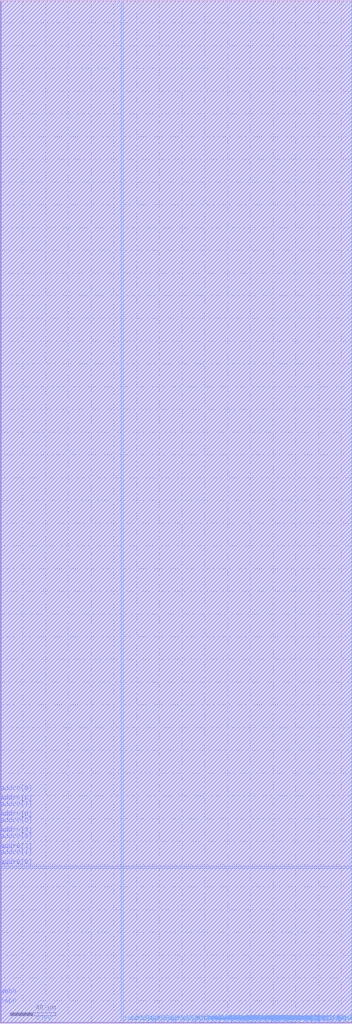
<source format=lef>
VERSION 5.4 ;
NAMESCASESENSITIVE ON ;
BUSBITCHARS "[]" ;
DIVIDERCHAR "/" ;
UNITS
  DATABASE MICRONS 1000 ;
END UNITS
MACRO sky130_sram_2kbytes_1rw_32x512_32
   CLASS BLOCK ;
   SIZE 309.66 BY 899.78 ;
   SYMMETRY X Y R90 ;
   PIN din0[0]
      DIRECTION INPUT ;
      PORT
         LAYER met4 ;
         RECT  107.08 0.0 107.46 0.38 ;
      END
   END din0[0]
   PIN din0[1]
      DIRECTION INPUT ;
      PORT
         LAYER met4 ;
         RECT  112.92 0.0 113.3 0.38 ;
      END
   END din0[1]
   PIN din0[2]
      DIRECTION INPUT ;
      PORT
         LAYER met4 ;
         RECT  118.76 0.0 119.14 0.38 ;
      END
   END din0[2]
   PIN din0[3]
      DIRECTION INPUT ;
      PORT
         LAYER met4 ;
         RECT  124.6 0.0 124.98 0.38 ;
      END
   END din0[3]
   PIN din0[4]
      DIRECTION INPUT ;
      PORT
         LAYER met4 ;
         RECT  130.44 0.0 130.82 0.38 ;
      END
   END din0[4]
   PIN din0[5]
      DIRECTION INPUT ;
      PORT
         LAYER met4 ;
         RECT  136.28 0.0 136.66 0.38 ;
      END
   END din0[5]
   PIN din0[6]
      DIRECTION INPUT ;
      PORT
         LAYER met4 ;
         RECT  142.12 0.0 142.5 0.38 ;
      END
   END din0[6]
   PIN din0[7]
      DIRECTION INPUT ;
      PORT
         LAYER met4 ;
         RECT  147.96 0.0 148.34 0.38 ;
      END
   END din0[7]
   PIN din0[8]
      DIRECTION INPUT ;
      PORT
         LAYER met4 ;
         RECT  153.8 0.0 154.18 0.38 ;
      END
   END din0[8]
   PIN din0[9]
      DIRECTION INPUT ;
      PORT
         LAYER met4 ;
         RECT  159.64 0.0 160.02 0.38 ;
      END
   END din0[9]
   PIN din0[10]
      DIRECTION INPUT ;
      PORT
         LAYER met4 ;
         RECT  165.48 0.0 165.86 0.38 ;
      END
   END din0[10]
   PIN din0[11]
      DIRECTION INPUT ;
      PORT
         LAYER met4 ;
         RECT  171.32 0.0 171.7 0.38 ;
      END
   END din0[11]
   PIN din0[12]
      DIRECTION INPUT ;
      PORT
         LAYER met4 ;
         RECT  177.16 0.0 177.54 0.38 ;
      END
   END din0[12]
   PIN din0[13]
      DIRECTION INPUT ;
      PORT
         LAYER met4 ;
         RECT  183.0 0.0 183.38 0.38 ;
      END
   END din0[13]
   PIN din0[14]
      DIRECTION INPUT ;
      PORT
         LAYER met4 ;
         RECT  188.84 0.0 189.22 0.38 ;
      END
   END din0[14]
   PIN din0[15]
      DIRECTION INPUT ;
      PORT
         LAYER met4 ;
         RECT  194.68 0.0 195.06 0.38 ;
      END
   END din0[15]
   PIN din0[16]
      DIRECTION INPUT ;
      PORT
         LAYER met4 ;
         RECT  200.52 0.0 200.9 0.38 ;
      END
   END din0[16]
   PIN din0[17]
      DIRECTION INPUT ;
      PORT
         LAYER met4 ;
         RECT  206.36 0.0 206.74 0.38 ;
      END
   END din0[17]
   PIN din0[18]
      DIRECTION INPUT ;
      PORT
         LAYER met4 ;
         RECT  212.2 0.0 212.58 0.38 ;
      END
   END din0[18]
   PIN din0[19]
      DIRECTION INPUT ;
      PORT
         LAYER met4 ;
         RECT  218.04 0.0 218.42 0.38 ;
      END
   END din0[19]
   PIN din0[20]
      DIRECTION INPUT ;
      PORT
         LAYER met4 ;
         RECT  223.88 0.0 224.26 0.38 ;
      END
   END din0[20]
   PIN din0[21]
      DIRECTION INPUT ;
      PORT
         LAYER met4 ;
         RECT  229.72 0.0 230.1 0.38 ;
      END
   END din0[21]
   PIN din0[22]
      DIRECTION INPUT ;
      PORT
         LAYER met4 ;
         RECT  235.56 0.0 235.94 0.38 ;
      END
   END din0[22]
   PIN din0[23]
      DIRECTION INPUT ;
      PORT
         LAYER met4 ;
         RECT  241.4 0.0 241.78 0.38 ;
      END
   END din0[23]
   PIN din0[24]
      DIRECTION INPUT ;
      PORT
         LAYER met4 ;
         RECT  247.24 0.0 247.62 0.38 ;
      END
   END din0[24]
   PIN din0[25]
      DIRECTION INPUT ;
      PORT
         LAYER met4 ;
         RECT  253.08 0.0 253.46 0.38 ;
      END
   END din0[25]
   PIN din0[26]
      DIRECTION INPUT ;
      PORT
         LAYER met4 ;
         RECT  258.92 0.0 259.3 0.38 ;
      END
   END din0[26]
   PIN din0[27]
      DIRECTION INPUT ;
      PORT
         LAYER met4 ;
         RECT  264.76 0.0 265.14 0.38 ;
      END
   END din0[27]
   PIN din0[28]
      DIRECTION INPUT ;
      PORT
         LAYER met4 ;
         RECT  270.6 0.0 270.98 0.38 ;
      END
   END din0[28]
   PIN din0[29]
      DIRECTION INPUT ;
      PORT
         LAYER met4 ;
         RECT  276.44 0.0 276.82 0.38 ;
      END
   END din0[29]
   PIN din0[30]
      DIRECTION INPUT ;
      PORT
         LAYER met4 ;
         RECT  282.28 0.0 282.66 0.38 ;
      END
   END din0[30]
   PIN din0[31]
      DIRECTION INPUT ;
      PORT
         LAYER met4 ;
         RECT  288.12 0.0 288.5 0.38 ;
      END
   END din0[31]
   PIN din0[32]
      DIRECTION INPUT ;
      PORT
         LAYER met4 ;
         RECT  293.96 0.0 294.34 0.38 ;
      END
   END din0[32]
   PIN addr0[0]
      DIRECTION INPUT ;
      PORT
         LAYER met3 ;
         RECT  0.0 137.17 0.38 137.55 ;
      END
   END addr0[0]
   PIN addr0[1]
      DIRECTION INPUT ;
      PORT
         LAYER met3 ;
         RECT  0.0 145.67 0.38 146.05 ;
      END
   END addr0[1]
   PIN addr0[2]
      DIRECTION INPUT ;
      PORT
         LAYER met3 ;
         RECT  0.0 151.31 0.38 151.69 ;
      END
   END addr0[2]
   PIN addr0[3]
      DIRECTION INPUT ;
      PORT
         LAYER met3 ;
         RECT  0.0 159.81 0.38 160.19 ;
      END
   END addr0[3]
   PIN addr0[4]
      DIRECTION INPUT ;
      PORT
         LAYER met3 ;
         RECT  0.0 165.45 0.38 165.83 ;
      END
   END addr0[4]
   PIN addr0[5]
      DIRECTION INPUT ;
      PORT
         LAYER met3 ;
         RECT  0.0 173.95 0.38 174.33 ;
      END
   END addr0[5]
   PIN addr0[6]
      DIRECTION INPUT ;
      PORT
         LAYER met3 ;
         RECT  0.0 179.59 0.38 179.97 ;
      END
   END addr0[6]
   PIN addr0[7]
      DIRECTION INPUT ;
      PORT
         LAYER met3 ;
         RECT  0.0 188.09 0.38 188.47 ;
      END
   END addr0[7]
   PIN addr0[8]
      DIRECTION INPUT ;
      PORT
         LAYER met3 ;
         RECT  0.0 193.585 0.38 193.965 ;
      END
   END addr0[8]
   PIN addr0[9]
      DIRECTION INPUT ;
      PORT
         LAYER met3 ;
         RECT  0.0 201.985 0.38 202.365 ;
      END
   END addr0[9]
   PIN csb0
      DIRECTION INPUT ;
      PORT
         LAYER met3 ;
         RECT  0.0 14.87 0.38 15.25 ;
      END
   END csb0
   PIN web0
      DIRECTION INPUT ;
      PORT
         LAYER met3 ;
         RECT  0.0 23.37 0.38 23.75 ;
      END
   END web0
   PIN clk0
      DIRECTION INPUT ;
      PORT
         LAYER met4 ;
         RECT  31.1 0.0 31.48 0.38 ;
      END
   END clk0
   PIN spare_wen0
      DIRECTION INPUT ;
      PORT
         LAYER met4 ;
         RECT  299.8 0.0 300.18 0.38 ;
      END
   END spare_wen0
   PIN dout0[0]
      DIRECTION OUTPUT ;
      PORT
         LAYER met4 ;
         RECT  179.045 0.0 179.425 0.38 ;
      END
   END dout0[0]
   PIN dout0[1]
      DIRECTION OUTPUT ;
      PORT
         LAYER met4 ;
         RECT  183.69 0.0 184.07 0.38 ;
      END
   END dout0[1]
   PIN dout0[2]
      DIRECTION OUTPUT ;
      PORT
         LAYER met4 ;
         RECT  185.425 0.0 185.805 0.38 ;
      END
   END dout0[2]
   PIN dout0[3]
      DIRECTION OUTPUT ;
      PORT
         LAYER met4 ;
         RECT  186.515 0.0 186.895 0.38 ;
      END
   END dout0[3]
   PIN dout0[4]
      DIRECTION OUTPUT ;
      PORT
         LAYER met4 ;
         RECT  189.53 0.0 189.91 0.38 ;
      END
   END dout0[4]
   PIN dout0[5]
      DIRECTION OUTPUT ;
      PORT
         LAYER met4 ;
         RECT  192.835 0.0 193.215 0.38 ;
      END
   END dout0[5]
   PIN dout0[6]
      DIRECTION OUTPUT ;
      PORT
         LAYER met4 ;
         RECT  195.425 0.0 195.805 0.38 ;
      END
   END dout0[6]
   PIN dout0[7]
      DIRECTION OUTPUT ;
      PORT
         LAYER met4 ;
         RECT  197.895 0.0 198.275 0.38 ;
      END
   END dout0[7]
   PIN dout0[8]
      DIRECTION OUTPUT ;
      PORT
         LAYER met4 ;
         RECT  198.715 0.0 199.095 0.38 ;
      END
   END dout0[8]
   PIN dout0[9]
      DIRECTION OUTPUT ;
      PORT
         LAYER met4 ;
         RECT  202.895 0.0 203.275 0.38 ;
      END
   END dout0[9]
   PIN dout0[10]
      DIRECTION OUTPUT ;
      PORT
         LAYER met4 ;
         RECT  204.045 0.0 204.425 0.38 ;
      END
   END dout0[10]
   PIN dout0[11]
      DIRECTION OUTPUT ;
      PORT
         LAYER met4 ;
         RECT  207.895 0.0 208.275 0.38 ;
      END
   END dout0[11]
   PIN dout0[12]
      DIRECTION OUTPUT ;
      PORT
         LAYER met4 ;
         RECT  209.045 0.0 209.425 0.38 ;
      END
   END dout0[12]
   PIN dout0[13]
      DIRECTION OUTPUT ;
      PORT
         LAYER met4 ;
         RECT  212.895 0.0 213.275 0.38 ;
      END
   END dout0[13]
   PIN dout0[14]
      DIRECTION OUTPUT ;
      PORT
         LAYER met4 ;
         RECT  214.045 0.0 214.425 0.38 ;
      END
   END dout0[14]
   PIN dout0[15]
      DIRECTION OUTPUT ;
      PORT
         LAYER met4 ;
         RECT  218.73 0.0 219.11 0.38 ;
      END
   END dout0[15]
   PIN dout0[16]
      DIRECTION OUTPUT ;
      PORT
         LAYER met4 ;
         RECT  220.425 0.0 220.805 0.38 ;
      END
   END dout0[16]
   PIN dout0[17]
      DIRECTION OUTPUT ;
      PORT
         LAYER met4 ;
         RECT  222.075 0.0 222.455 0.38 ;
      END
   END dout0[17]
   PIN dout0[18]
      DIRECTION OUTPUT ;
      PORT
         LAYER met4 ;
         RECT  224.57 0.0 224.95 0.38 ;
      END
   END dout0[18]
   PIN dout0[19]
      DIRECTION OUTPUT ;
      PORT
         LAYER met4 ;
         RECT  227.895 0.0 228.275 0.38 ;
      END
   END dout0[19]
   PIN dout0[20]
      DIRECTION OUTPUT ;
      PORT
         LAYER met4 ;
         RECT  230.425 0.0 230.805 0.38 ;
      END
   END dout0[20]
   PIN dout0[21]
      DIRECTION OUTPUT ;
      PORT
         LAYER met4 ;
         RECT  232.895 0.0 233.275 0.38 ;
      END
   END dout0[21]
   PIN dout0[22]
      DIRECTION OUTPUT ;
      PORT
         LAYER met4 ;
         RECT  233.755 0.0 234.135 0.38 ;
      END
   END dout0[22]
   PIN dout0[23]
      DIRECTION OUTPUT ;
      PORT
         LAYER met4 ;
         RECT  237.895 0.0 238.275 0.38 ;
      END
   END dout0[23]
   PIN dout0[24]
      DIRECTION OUTPUT ;
      PORT
         LAYER met4 ;
         RECT  239.045 0.0 239.425 0.38 ;
      END
   END dout0[24]
   PIN dout0[25]
      DIRECTION OUTPUT ;
      PORT
         LAYER met4 ;
         RECT  242.895 0.0 243.275 0.38 ;
      END
   END dout0[25]
   PIN dout0[26]
      DIRECTION OUTPUT ;
      PORT
         LAYER met4 ;
         RECT  244.045 0.0 244.425 0.38 ;
      END
   END dout0[26]
   PIN dout0[27]
      DIRECTION OUTPUT ;
      PORT
         LAYER met4 ;
         RECT  247.93 0.0 248.31 0.38 ;
      END
   END dout0[27]
   PIN dout0[28]
      DIRECTION OUTPUT ;
      PORT
         LAYER met4 ;
         RECT  249.045 0.0 249.425 0.38 ;
      END
   END dout0[28]
   PIN dout0[29]
      DIRECTION OUTPUT ;
      PORT
         LAYER met4 ;
         RECT  253.77 0.0 254.15 0.38 ;
      END
   END dout0[29]
   PIN dout0[30]
      DIRECTION OUTPUT ;
      PORT
         LAYER met4 ;
         RECT  255.425 0.0 255.805 0.38 ;
      END
   END dout0[30]
   PIN dout0[31]
      DIRECTION OUTPUT ;
      PORT
         LAYER met4 ;
         RECT  257.115 0.0 257.495 0.38 ;
      END
   END dout0[31]
   PIN dout0[32]
      DIRECTION OUTPUT ;
      PORT
         LAYER met4 ;
         RECT  259.61 0.0 259.99 0.38 ;
      END
   END dout0[32]
   PIN vccd1
      DIRECTION INOUT ;
      USE POWER ; 
      SHAPE ABUTMENT ; 
      PORT
      END
   END vccd1
   PIN vssd1
      DIRECTION INOUT ;
      USE GROUND ; 
      SHAPE ABUTMENT ; 
      PORT
      END
   END vssd1
   OBS
   LAYER  met1 ;
      RECT  0.62 0.62 309.04 899.16 ;
   LAYER  met2 ;
      RECT  0.62 0.62 309.04 899.16 ;
   LAYER  met3 ;
      RECT  0.98 0.62 309.04 136.57 ;
      RECT  0.98 136.57 309.04 138.15 ;
      RECT  0.98 138.15 309.04 899.16 ;
      RECT  0.62 138.15 0.98 145.07 ;
      RECT  0.62 146.65 0.98 150.71 ;
      RECT  0.62 152.29 0.98 159.21 ;
      RECT  0.62 160.79 0.98 164.85 ;
      RECT  0.62 166.43 0.98 173.35 ;
      RECT  0.62 174.93 0.98 178.99 ;
      RECT  0.62 180.57 0.98 187.49 ;
      RECT  0.62 189.07 0.98 192.985 ;
      RECT  0.62 194.565 0.98 201.385 ;
      RECT  0.62 202.965 0.98 899.16 ;
      RECT  0.62 0.62 0.98 14.27 ;
      RECT  0.62 15.85 0.98 22.77 ;
      RECT  0.62 24.35 0.98 136.57 ;
   LAYER  met4 ;
      RECT  0.62 0.98 106.48 899.16 ;
      RECT  106.48 0.98 108.06 899.16 ;
      RECT  108.06 0.98 309.04 899.16 ;
      RECT  108.06 0.62 112.32 0.98 ;
      RECT  113.9 0.62 118.16 0.98 ;
      RECT  119.74 0.62 124.0 0.98 ;
      RECT  125.58 0.62 129.84 0.98 ;
      RECT  131.42 0.62 135.68 0.98 ;
      RECT  137.26 0.62 141.52 0.98 ;
      RECT  143.1 0.62 147.36 0.98 ;
      RECT  148.94 0.62 153.2 0.98 ;
      RECT  154.78 0.62 159.04 0.98 ;
      RECT  160.62 0.62 164.88 0.98 ;
      RECT  166.46 0.62 170.72 0.98 ;
      RECT  172.3 0.62 176.56 0.98 ;
      RECT  265.74 0.62 270.0 0.98 ;
      RECT  271.58 0.62 275.84 0.98 ;
      RECT  277.42 0.62 281.68 0.98 ;
      RECT  283.26 0.62 287.52 0.98 ;
      RECT  289.1 0.62 293.36 0.98 ;
      RECT  0.62 0.62 30.5 0.98 ;
      RECT  32.08 0.62 106.48 0.98 ;
      RECT  294.94 0.62 299.2 0.98 ;
      RECT  300.78 0.62 309.04 0.98 ;
      RECT  178.14 0.62 178.445 0.98 ;
      RECT  180.025 0.62 182.4 0.98 ;
      RECT  184.67 0.62 184.825 0.98 ;
      RECT  187.495 0.62 188.24 0.98 ;
      RECT  190.51 0.62 192.235 0.98 ;
      RECT  193.815 0.62 194.08 0.98 ;
      RECT  196.405 0.62 197.295 0.98 ;
      RECT  199.695 0.62 199.92 0.98 ;
      RECT  201.5 0.62 202.295 0.98 ;
      RECT  205.025 0.62 205.76 0.98 ;
      RECT  210.025 0.62 211.6 0.98 ;
      RECT  215.025 0.62 217.44 0.98 ;
      RECT  219.71 0.62 219.825 0.98 ;
      RECT  221.405 0.62 221.475 0.98 ;
      RECT  223.055 0.62 223.28 0.98 ;
      RECT  225.55 0.62 227.295 0.98 ;
      RECT  228.875 0.62 229.12 0.98 ;
      RECT  231.405 0.62 232.295 0.98 ;
      RECT  234.735 0.62 234.96 0.98 ;
      RECT  236.54 0.62 237.295 0.98 ;
      RECT  240.025 0.62 240.8 0.98 ;
      RECT  245.025 0.62 246.64 0.98 ;
      RECT  250.025 0.62 252.48 0.98 ;
      RECT  254.75 0.62 254.825 0.98 ;
      RECT  256.405 0.62 256.515 0.98 ;
      RECT  258.095 0.62 258.32 0.98 ;
      RECT  260.59 0.62 264.16 0.98 ;
   END
END    sky130_sram_2kbytes_1rw_32x512_32
END    LIBRARY

</source>
